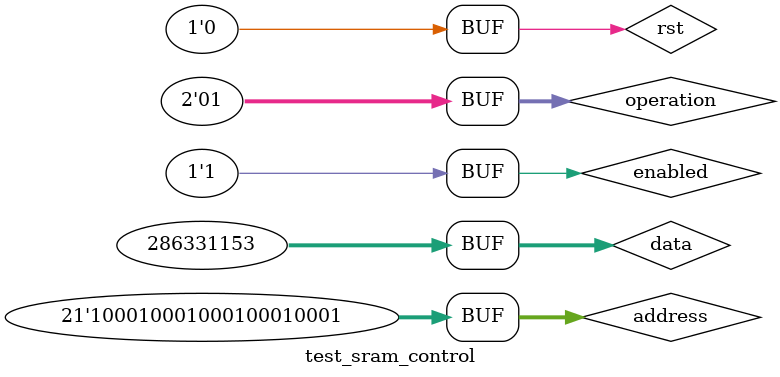
<source format=sv>
`timescale 1ns / 1ns


module test_sram_control;

wire clk_50M, clk_11M0592;

reg rst;
reg enabled;
reg[1:0]  operation;
reg[31:0] data;
reg[20:0] address;
wire[31:0] result;

wire[31:0] ram1_data; //BaseRAM数据，低8位与CPLD串口控制器共享
wire[19:0] ram1_addr; //BaseRAM地址
wire ram1_ce_n;       //BaseRAM片选，低有效
wire ram1_oe_n;       //BaseRAM读使能，低有效
wire ram1_we_n;       //BaseRAM写使能，低有效
wire[3:0] ram1_be_n;  //BaseRAM字节使能，低有效。如果不使用字节使能，请保持为0

wire[31:0] ram2_data; //BaseRAM数据，低8位与CPLD串口控制器共享
wire[19:0] ram2_addr; //BaseRAM地址
wire ram2_ce_n;       //BaseRAM片选，低有效
wire ram2_oe_n;       //BaseRAM读使能，低有效
wire ram2_we_n;       //BaseRAM写使能，低有效
wire[3:0] ram2_be_n;  //BaseRAM字节使能，低有效。如果不使用字节使能，请保持为0

initial begin
    rst = 1;
    enabled = 1;
    #20;
    rst  = 0;
    operation = 2'b10;
    address   = 21'h111111;
    data = 32'h88888888;
    #20;
    operation = 2'b00;
    #20 ;
    rst  = 0;
    operation = 2'b10;
    address   = 21'h011111;
    data = 32'h11111111;
    #40;
    operation = 2'b01;
    address   = 21'h011111;
    #40 ;   
    operation = 2'b01;
    address   = 21'h111111;

end


clock osc(
    .clk_11M0592(clk_11M0592),
    .clk_50M    (clk_50M)
);


SRAMControl sram_control(
            .clk(clk_50M),
            .rst(rst),
            .enabled_i(enabled),
            .op_i(operation),
            .data_i(data), 
            .addr_i(address),
            .result_o(result), 
    // control signal to sram
            .ram1_data(ram1_data),
            .ram1_addr(ram1_addr),
            .ram1_ce_o(ram1_ce_n),
            .ram1_oe_o(ram1_oe_n),
            .ram1_we_o(ram1_we_n),
            .ram1_be(ram1_be_n),
            .ram2_data(ram2_data),
            .ram2_addr(ram2_addr),
            .ram2_ce_o(ram2_ce_n),
            .ram2_oe_o(ram2_oe_n),
            .ram2_we_o(ram2_we_n),
            .ram2_be(ram2_be_n)
    );

sram_model base1(/*autoinst*/
            .DataIO(ram1_data[15:0]),
            .Address(ram1_addr[19:0]),
            .OE_n(ram1_oe_n),
            .CE_n(ram1_ce_n),
            .WE_n(ram1_we_n),
            .LB_n(ram1_be_n[0]),
            .UB_n(ram1_be_n[1])
            );
sram_model base2(/*autoinst*/
            .DataIO(ram1_data[31:16]),
            .Address(ram1_addr[19:0]),
            .OE_n(ram1_oe_n),
            .CE_n(ram1_ce_n),
            .WE_n(ram1_we_n),
            .LB_n(ram1_be_n[2]),
            .UB_n(ram1_be_n[3])
            );
sram_model base3(/*autoinst*/
                        .DataIO(ram2_data[15:0]),
                        .Address(ram2_addr[19:0]),
                        .OE_n(ram2_oe_n),
                        .CE_n(ram2_ce_n),
                        .WE_n(ram2_we_n),
                        .LB_n(ram2_be_n[0]),
                        .UB_n(ram2_be_n[1])
                        );
                        
sram_model base4(/*autoinst*/
            .DataIO(ram2_data[31:16]),
            .Address(ram2_addr[19:0]),
            .OE_n(ram2_oe_n),
            .CE_n(ram2_ce_n),
            .WE_n(ram2_we_n),
            .LB_n(ram2_be_n[2]),
            .UB_n(ram2_be_n[3])
            );


endmodule
</source>
